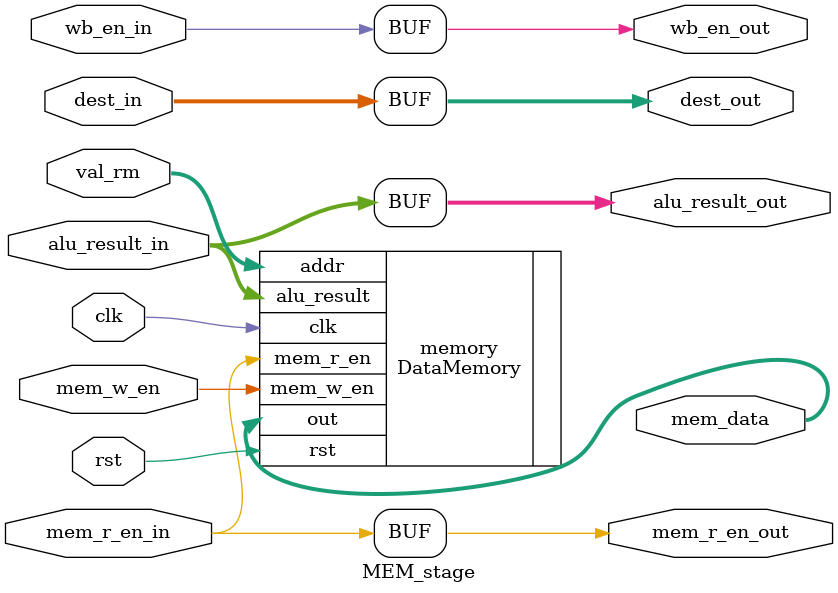
<source format=v>
module MEM_stage #(parameter BIT_NUMBER = 32) (
  input clk, rst,
  input wb_en_in, mem_r_en_in, mem_w_en,
  input [BIT_NUMBER - 1:0] alu_result_in, val_rm,
  input [3:0] dest_in,
  output mem_r_en_out, wb_en_out,
  output [BIT_NUMBER - 1:0] alu_result_out, mem_data,
  output [3:0] dest_out
  );

  assign alu_result_out = alu_result_in;
  assign mem_r_en_out = mem_r_en_in;
  assign wb_en_out = wb_en_in;
  assign dest_out = dest_in;

  DataMemory memory (
    .clk(clk), .rst(rst),
    .alu_result(alu_result_in),
    .addr(val_rm),
    .mem_w_en(mem_w_en), .mem_r_en(mem_r_en_in),
    .out(mem_data)
    );
endmodule

</source>
